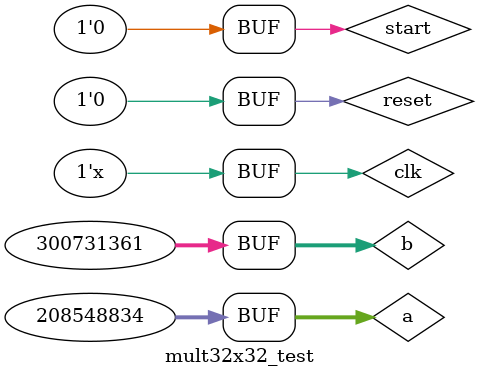
<source format=sv>
module mult32x32_test;

    logic clk;            // Clock
    logic reset;          // Reset
    logic start;          // Start signal
    logic [31:0] a;       // Input a
    logic [31:0] b;       // Input b
    logic busy;           // Multiplier busy indication
    logic [63:0] product; // Miltiplication product

// Put your code here
// ------------------

	mult32x32 uut(
		.clk(clk),
		.reset(reset),
		.start(start),
		.a(a),
		.b(b),
		.busy(busy),
		.product(product)
	);

	initial begin
		clk = 1'b0;
		start = 1'b0;
		#5
		reset = 1'b1;
		#40
		reset = 1'b0;
		a = 32'd208548834;
		b = 32'd300731361;
		#10
		start = 1'b1;
		#10
		start = 1'b0;
	end
	always begin
		#5
		clk = ~clk;
	end
		



// End of your code

endmodule

</source>
